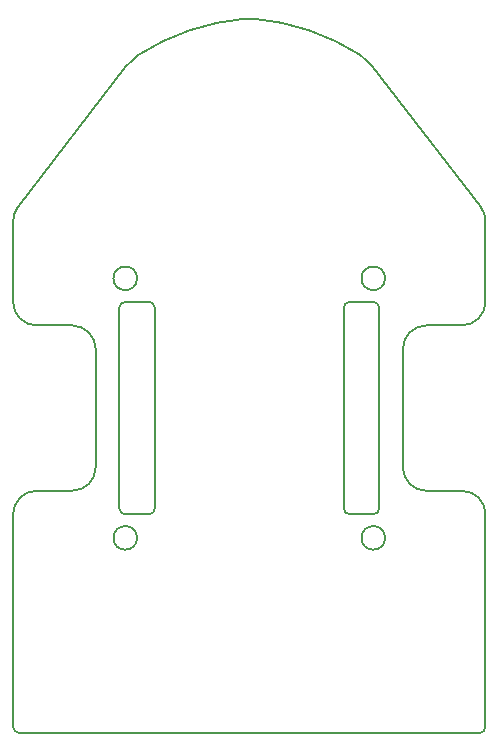
<source format=gbr>
G04 #@! TF.GenerationSoftware,KiCad,Pcbnew,(5.1.4)-1*
G04 #@! TF.CreationDate,2019-11-08T17:49:40+09:00*
G04 #@! TF.ProjectId,gekko,67656b6b-6f2e-46b6-9963-61645f706362,rev?*
G04 #@! TF.SameCoordinates,Original*
G04 #@! TF.FileFunction,Profile,NP*
%FSLAX46Y46*%
G04 Gerber Fmt 4.6, Leading zero omitted, Abs format (unit mm)*
G04 Created by KiCad (PCBNEW (5.1.4)-1) date 2019-11-08 17:49:40*
%MOMM*%
%LPD*%
G04 APERTURE LIST*
%ADD10C,0.200000*%
G04 APERTURE END LIST*
D10*
X150292758Y-87301515D02*
G75*
G02X159333847Y-90365790I-1713791J-19926437D01*
G01*
X169950000Y-147275001D02*
G75*
G02X169450000Y-147775001I-500000J0D01*
G01*
X130450000Y-147775001D02*
X169450000Y-147775001D01*
X139546632Y-91299380D02*
X130364752Y-103235823D01*
X129950000Y-129275001D02*
X129950000Y-147275001D01*
X169950000Y-147275001D02*
X169950000Y-129275001D01*
X169535248Y-103235822D02*
G75*
G02X169950000Y-104455244I-1585248J-1219422D01*
G01*
X169950000Y-111275001D02*
G75*
G02X167949999Y-113275000I-2000000J1D01*
G01*
X138950000Y-128775001D02*
X138950000Y-111775001D01*
X162950000Y-125275001D02*
X162950000Y-115275001D01*
X149607241Y-87301514D02*
G75*
G02X150292758Y-87301515I342758J-3985289D01*
G01*
X130450000Y-147775001D02*
G75*
G02X129950000Y-147275001I0J500000D01*
G01*
X129950000Y-104455244D02*
X129950000Y-111275001D01*
X157950000Y-128775001D02*
X157950000Y-111775001D01*
X161450000Y-131264001D02*
G75*
G03X161450000Y-131264001I-1000000J0D01*
G01*
X159333847Y-90365791D02*
G75*
G02X160353367Y-91299380I-2150976J-3372431D01*
G01*
X140450000Y-109286001D02*
G75*
G03X140450000Y-109286001I-1000000J0D01*
G01*
X161450000Y-109286001D02*
G75*
G03X161450000Y-109286001I-1000000J0D01*
G01*
X169535247Y-103235823D02*
X160353367Y-91299380D01*
X167950000Y-127275001D02*
G75*
G02X169950000Y-129275001I0J-2000000D01*
G01*
X129950000Y-129275001D02*
G75*
G02X131950000Y-127275001I2000000J0D01*
G01*
X134950000Y-113275001D02*
G75*
G02X136950000Y-115275001I0J-2000000D01*
G01*
X158449999Y-129275000D02*
G75*
G02X157950000Y-128775001I0J499999D01*
G01*
X160449999Y-129275000D02*
X158450000Y-129275000D01*
X160950000Y-111775000D02*
X160950000Y-128775001D01*
X139450000Y-111275001D02*
X141450000Y-111275001D01*
X141949999Y-128775001D02*
G75*
G02X141450000Y-129275000I-499999J0D01*
G01*
X162950000Y-115275000D02*
G75*
G02X164950000Y-113275000I2000000J0D01*
G01*
X131950000Y-113275001D02*
X134950000Y-113275001D01*
X131950000Y-113275001D02*
G75*
G02X129950000Y-111275001I0J2000000D01*
G01*
X164950000Y-127275001D02*
G75*
G02X162950000Y-125275001I0J2000000D01*
G01*
X134950000Y-127275001D02*
X131950000Y-127275001D01*
X129950000Y-104455244D02*
G75*
G02X130364752Y-103235823I1999999J0D01*
G01*
X139546633Y-91299380D02*
G75*
G02X140566152Y-90365790I3170495J-2438842D01*
G01*
X167950000Y-127275001D02*
X164950000Y-127275001D01*
X158450000Y-111275000D02*
X160449999Y-111275000D01*
X138950000Y-111775001D02*
G75*
G02X139450000Y-111275001I500000J0D01*
G01*
X164950000Y-113275000D02*
X167949999Y-113275000D01*
X136950000Y-125275001D02*
G75*
G02X134950000Y-127275001I-2000000J0D01*
G01*
X136950000Y-115275001D02*
X136950000Y-125275001D01*
X140450000Y-131264001D02*
G75*
G03X140450000Y-131264001I-1000000J0D01*
G01*
X141450000Y-111275001D02*
G75*
G02X141950000Y-111775001I0J-500000D01*
G01*
X141450000Y-129275000D02*
X139450000Y-129275000D01*
X160949999Y-128775000D02*
G75*
G02X160449999Y-129275000I-500000J0D01*
G01*
X140566152Y-90365790D02*
G75*
G02X149607241Y-87301515I10754880J-16862162D01*
G01*
X141950000Y-111775001D02*
X141950000Y-128775001D01*
X160449999Y-111274999D02*
G75*
G02X160950000Y-111775000I0J-500001D01*
G01*
X157950000Y-111775000D02*
G75*
G02X158450000Y-111275000I500000J0D01*
G01*
X139450000Y-129275001D02*
G75*
G02X138950000Y-128775001I0J500000D01*
G01*
X169950000Y-111275000D02*
X169950000Y-104455244D01*
M02*

</source>
